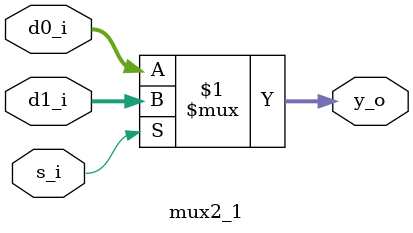
<source format=sv>

module mux2_1 #(
    parameter int WIDTH = 8
) (
    input logic [WIDTH-1:0] d0_i,
    input logic [WIDTH-1:0] d1_i,
    input logic s_i,
    output logic [WIDTH-1:0] y_o
);

  //-Assignement

  assign y_o = s_i ? d1_i : d0_i;

endmodule

</source>
